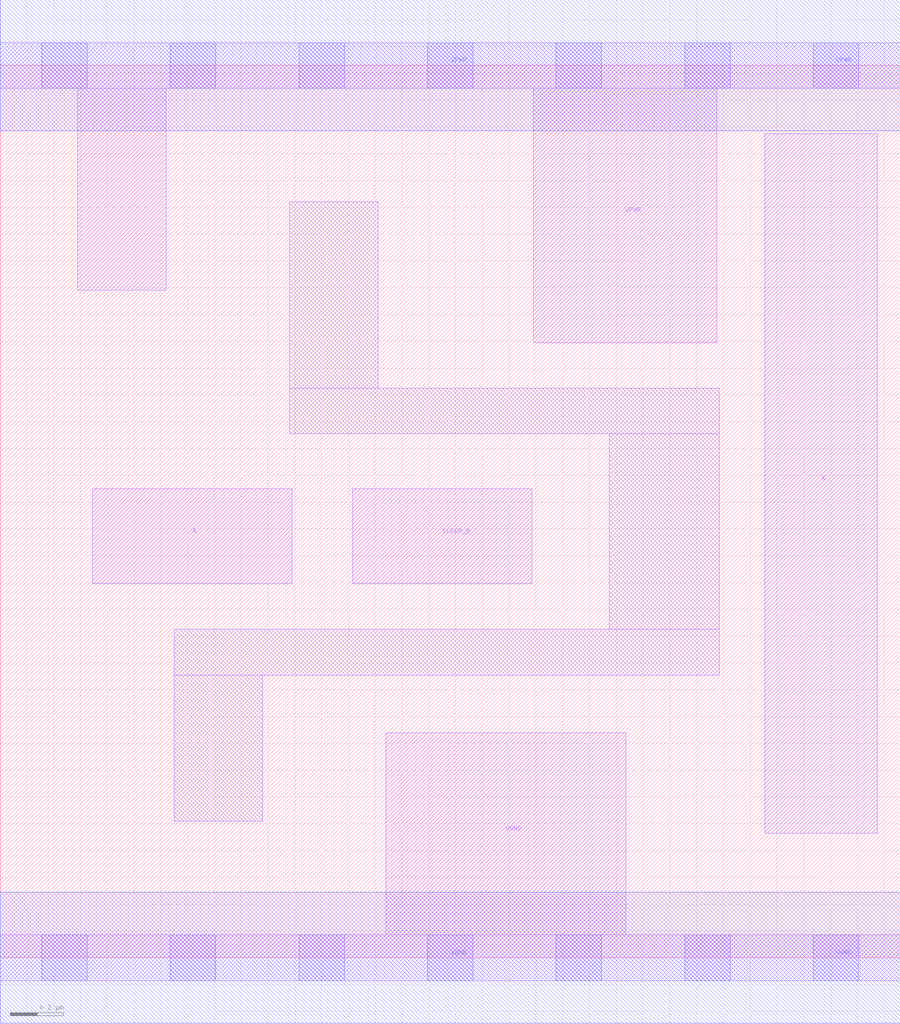
<source format=lef>
# Copyright 2020 The SkyWater PDK Authors
#
# Licensed under the Apache License, Version 2.0 (the "License");
# you may not use this file except in compliance with the License.
# You may obtain a copy of the License at
#
#     https://www.apache.org/licenses/LICENSE-2.0
#
# Unless required by applicable law or agreed to in writing, software
# distributed under the License is distributed on an "AS IS" BASIS,
# WITHOUT WARRANTIES OR CONDITIONS OF ANY KIND, either express or implied.
# See the License for the specific language governing permissions and
# limitations under the License.
#
# SPDX-License-Identifier: Apache-2.0

VERSION 5.7 ;
  NAMESCASESENSITIVE ON ;
  NOWIREEXTENSIONATPIN ON ;
  DIVIDERCHAR "/" ;
  BUSBITCHARS "[]" ;
UNITS
  DATABASE MICRONS 200 ;
END UNITS
MACRO sky130_fd_sc_lp__inputiso0n_lp
  CLASS CORE ;
  SOURCE USER ;
  FOREIGN sky130_fd_sc_lp__inputiso0n_lp ;
  ORIGIN  0.000000  0.000000 ;
  SIZE  3.360000 BY  3.330000 ;
  SYMMETRY X Y R90 ;
  SITE unit ;
  PIN A
    ANTENNAGATEAREA  0.189000 ;
    DIRECTION INPUT ;
    USE SIGNAL ;
    PORT
      LAYER li1 ;
        RECT 0.345000 1.395000 1.090000 1.750000 ;
    END
  END A
  PIN SLEEP_B
    ANTENNAGATEAREA  0.189000 ;
    DIRECTION INPUT ;
    USE SIGNAL ;
    PORT
      LAYER li1 ;
        RECT 1.315000 1.395000 1.985000 1.750000 ;
    END
  END SLEEP_B
  PIN X
    ANTENNADIFFAREA  0.445200 ;
    DIRECTION OUTPUT ;
    USE SIGNAL ;
    PORT
      LAYER li1 ;
        RECT 2.855000 0.465000 3.275000 3.075000 ;
    END
  END X
  PIN VGND
    DIRECTION INOUT ;
    USE GROUND ;
    PORT
      LAYER li1 ;
        RECT 0.000000 -0.085000 3.360000 0.085000 ;
        RECT 1.440000  0.085000 2.335000 0.840000 ;
      LAYER mcon ;
        RECT 0.155000 -0.085000 0.325000 0.085000 ;
        RECT 0.635000 -0.085000 0.805000 0.085000 ;
        RECT 1.115000 -0.085000 1.285000 0.085000 ;
        RECT 1.595000 -0.085000 1.765000 0.085000 ;
        RECT 2.075000 -0.085000 2.245000 0.085000 ;
        RECT 2.555000 -0.085000 2.725000 0.085000 ;
        RECT 3.035000 -0.085000 3.205000 0.085000 ;
      LAYER met1 ;
        RECT 0.000000 -0.245000 3.360000 0.245000 ;
    END
  END VGND
  PIN VPWR
    DIRECTION INOUT ;
    USE POWER ;
    PORT
      LAYER li1 ;
        RECT 0.000000 3.245000 3.360000 3.415000 ;
        RECT 0.290000 2.490000 0.620000 3.245000 ;
        RECT 1.990000 2.295000 2.675000 3.245000 ;
      LAYER mcon ;
        RECT 0.155000 3.245000 0.325000 3.415000 ;
        RECT 0.635000 3.245000 0.805000 3.415000 ;
        RECT 1.115000 3.245000 1.285000 3.415000 ;
        RECT 1.595000 3.245000 1.765000 3.415000 ;
        RECT 2.075000 3.245000 2.245000 3.415000 ;
        RECT 2.555000 3.245000 2.725000 3.415000 ;
        RECT 3.035000 3.245000 3.205000 3.415000 ;
      LAYER met1 ;
        RECT 0.000000 3.085000 3.360000 3.575000 ;
    END
  END VPWR
  OBS
    LAYER li1 ;
      RECT 0.650000 0.510000 0.980000 1.055000 ;
      RECT 0.650000 1.055000 2.685000 1.225000 ;
      RECT 1.080000 1.955000 2.685000 2.125000 ;
      RECT 1.080000 2.125000 1.410000 2.820000 ;
      RECT 2.275000 1.225000 2.685000 1.955000 ;
  END
END sky130_fd_sc_lp__inputiso0n_lp

</source>
